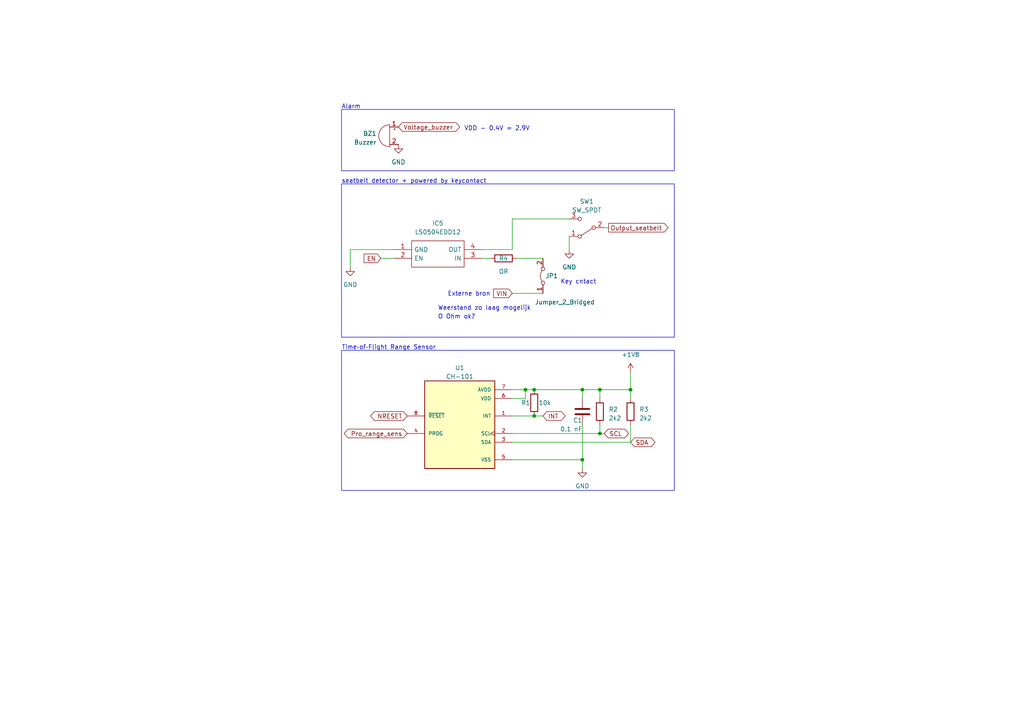
<source format=kicad_sch>
(kicad_sch (version 20230121) (generator eeschema)
  (paper "A4")
  (lib_symbols
    (symbol "CH-101:CH-101" (pin_names (offset 1.016))
      (property "Reference" "U" (at -10.16 13.462 0))
      (property "Value" "CH-101" (at -10.16 -15.24 0))
      (symbol "CH-101_0_0"
        (rectangle (start -10.16 -12.7) (end 10.16 12.7) (stroke (width 0.254)) (fill (type background)))
        (pin output line (at 15.24 2.54 180) (length 5.08) (name "INT") (number "1"))
        (pin input clock (at 15.24 -2.54 180) (length 5.08) (name "SCL") (number "2"))
        (pin bidirectional line (at 15.24 -5.08 180) (length 5.08) (name "SDA") (number "3"))
        (pin input line (at -15.24 -2.54 0) (length 5.08) (name "PROG") (number "4"))
        (pin power_in line (at 15.24 -10.16 180) (length 5.08) (name "VSS") (number "5"))
        (pin power_in line (at 15.24 7.62 180) (length 5.08) (name "VDD") (number "6"))
        (pin power_in line (at 15.24 10.16 180) (length 5.08) (name "AVDD") (number "7"))
        (pin input line (at -15.24 2.54 0) (length 5.08) (name "~{RESET}") (number "8"))
      )
    )
    (symbol "Device:Buzzer" (pin_names (offset 0.0254) hide)
      (property "Reference" "BZ" (at 3.81 1.27 0))
      (property "Value" "Buzzer" (at 3.81 -1.27 0))
      (symbol "Buzzer_0_1"
        (arc (start 0 -3.175) (mid 3.1612 0) (end 0 3.175))
        (polyline (pts (xy -1.651 1.905) (xy -1.143 1.905)))
        (polyline (pts (xy -1.397 2.159) (xy -1.397 1.651)))
        (polyline (pts (xy 0 3.175) (xy 0 -3.175)))
      )
      (symbol "Buzzer_1_1"
        (pin passive line (at -2.54 2.54 0) (length 2.54) (name "-") (number "1"))
        (pin passive line (at -2.54 -2.54 0) (length 2.54) (name "+") (number "2"))
      )
    )
    (symbol "Device:C" (pin_numbers hide) (pin_names (offset 0.254))
      (property "Reference" "C" (at 0.635 2.54 0))
      (property "Value" "C" (at 0.635 -2.54 0))
      (symbol "C_0_1"
        (polyline (pts (xy -2.032 -0.762) (xy 2.032 -0.762)) (stroke (width 0.508)))
        (polyline (pts (xy -2.032 0.762) (xy 2.032 0.762)) (stroke (width 0.508)))
      )
      (symbol "C_1_1"
        (pin passive line (at 0 3.81 270) (length 2.794) (name "~") (number "1"))
        (pin passive line (at 0 -3.81 90) (length 2.794) (name "~") (number "2"))
      )
    )
    (symbol "Device:R" (pin_numbers hide) (pin_names (offset 0))
      (property "Reference" "R" (at 2.032 0 90))
      (property "Value" "R" (at 0 0 90))
      (symbol "R_0_1"
        (rectangle (start -1.016 -2.54) (end 1.016 2.54) (stroke (width 0.254)))
      )
      (symbol "R_1_1"
        (pin passive line (at 0 3.81 270) (length 1.27) (name "~") (number "1"))
        (pin passive line (at 0 -3.81 90) (length 1.27) (name "~") (number "2"))
      )
    )
    (symbol "Jumper:Jumper_2_Bridged" (pin_names (offset 0) hide)
      (property "Reference" "JP" (at 0 1.905 0))
      (property "Value" "Jumper_2_Bridged" (at 0 -2.54 0))
      (symbol "Jumper_2_Bridged_0_0"
        (circle (center -2.032 0) (radius 0.508))
        (circle (center 2.032 0) (radius 0.508))
      )
      (symbol "Jumper_2_Bridged_0_1"
        (arc (start 1.524 0.254) (mid 0 0.762) (end -1.524 0.254))
      )
      (symbol "Jumper_2_Bridged_1_1"
        (pin passive line (at -5.08 0 0) (length 2.54) (name "A") (number "1"))
        (pin passive line (at 5.08 0 180) (length 2.54) (name "B") (number "2"))
      )
    )
    (symbol "LS0504EDD12:LS0504EDD12" (pin_names (offset 0.762))
      (property "Reference" "IC" (at 21.59 7.62 0))
      (property "Value" "LS0504EDD12" (at 21.59 5.08 0))
      (symbol "LS0504EDD12_0_0"
        (pin passive line (at 0 0 0) (length 5.08) (name "GND") (number "1"))
        (pin passive line (at 0 -2.54 0) (length 5.08) (name "EN") (number "2"))
        (pin passive line (at 25.4 -2.54 180) (length 5.08) (name "IN") (number "3"))
        (pin passive line (at 25.4 0 180) (length 5.08) (name "OUT") (number "4"))
      )
      (symbol "LS0504EDD12_0_1"
        (polyline (pts (xy 5.08 2.54) (xy 20.32 2.54) (xy 20.32 -5.08) (xy 5.08 -5.08) (xy 5.08 2.54)) (stroke (width 0.1524)))
      )
    )
    (symbol "Switch:SW_SPDT" (pin_names (offset 0) hide)
      (property "Reference" "SW" (at 0 4.318 0))
      (property "Value" "SW_SPDT" (at 0 -5.08 0))
      (symbol "SW_SPDT_0_0"
        (circle (center -2.032 0) (radius 0.508))
        (circle (center 2.032 -2.54) (radius 0.508))
      )
      (symbol "SW_SPDT_0_1"
        (polyline (pts (xy -1.524 0.254) (xy 1.651 2.286)))
        (circle (center 2.032 2.54) (radius 0.508))
      )
      (symbol "SW_SPDT_1_1"
        (pin passive line (at 5.08 2.54 180) (length 2.54) (name "A") (number "1"))
        (pin passive line (at -5.08 0 0) (length 2.54) (name "B") (number "2"))
        (pin passive line (at 5.08 -2.54 180) (length 2.54) (name "C") (number "3"))
      )
    )
    (symbol "power:+1V8" (power) (pin_names (offset 0))
      (property "Value" "+1V8" (at 0 3.556 0))
      (symbol "+1V8_0_1"
        (polyline (pts (xy -0.762 1.27) (xy 0 2.54)))
        (polyline (pts (xy 0 0) (xy 0 2.54)))
        (polyline (pts (xy 0 2.54) (xy 0.762 1.27)))
      )
      (symbol "+1V8_1_1"
        (pin power_in line (at 0 0 90) (length 0) hide (name "+1V8") (number "1"))
      )
    )
    (symbol "power:GND" (power) (pin_names (offset 0))
      (property "Value" "GND" (at 0 -3.81 0))
      (symbol "GND_0_1"
        (polyline (pts (xy 0 0) (xy 0 -1.27) (xy 1.27 -1.27) (xy 0 -2.54) (xy -1.27 -1.27) (xy 0 -1.27)))
      )
      (symbol "GND_1_1"
        (pin power_in line (at 0 0 270) (length 0) hide (name "GND") (number "1"))
      )
    )
  )
  (junction (at 173.99 125.73))
  (junction (at 168.91 113.03))
  (junction (at 152.4 113.03))
  (junction (at 154.94 120.65))
  (junction (at 182.88 113.03))
  (junction (at 168.91 133.35))
  (junction (at 173.99 113.03))
  (junction (at 154.94 113.03))
  (wire (pts (xy 148.59 115.57) (xy 152.4 115.57)))
  (wire (pts (xy 148.59 113.03) (xy 152.4 113.03)))
  (wire (pts (xy 154.94 120.65) (xy 157.48 120.65)))
  (wire (pts (xy 173.99 115.57) (xy 173.99 113.03)))
  (wire (pts (xy 175.26 66.04) (xy 176.53 66.04)))
  (wire (pts (xy 168.91 135.89) (xy 168.91 133.35)))
  (wire (pts (xy 154.94 120.65) (xy 148.59 120.65)))
  (wire (pts (xy 173.99 123.19) (xy 173.99 125.73)))
  (wire (pts (xy 149.86 74.93) (xy 157.48 74.93)))
  (wire (pts (xy 182.88 123.19) (xy 182.88 128.27)))
  (wire (pts (xy 110.49 74.93) (xy 114.3 74.93)))
  (wire (pts (xy 182.88 115.57) (xy 182.88 113.03)))
  (wire (pts (xy 148.59 72.39) (xy 139.7 72.39)))
  (wire (pts (xy 152.4 113.03) (xy 154.94 113.03)))
  (wire (pts (xy 148.59 125.73) (xy 173.99 125.73)))
  (wire (pts (xy 173.99 113.03) (xy 182.88 113.03)))
  (wire (pts (xy 168.91 113.03) (xy 173.99 113.03)))
  (wire (pts (xy 173.99 125.73) (xy 175.26 125.73)))
  (wire (pts (xy 148.59 128.27) (xy 182.88 128.27)))
  (wire (pts (xy 182.88 107.95) (xy 182.88 113.03)))
  (wire (pts (xy 148.59 63.5) (xy 148.59 72.39)))
  (wire (pts (xy 168.91 133.35) (xy 148.59 133.35)))
  (wire (pts (xy 101.6 72.39) (xy 101.6 77.47)))
  (wire (pts (xy 114.3 72.39) (xy 101.6 72.39)))
  (wire (pts (xy 148.59 85.09) (xy 157.48 85.09)))
  (wire (pts (xy 168.91 113.03) (xy 168.91 115.57)))
  (wire (pts (xy 165.1 63.5) (xy 148.59 63.5)))
  (wire (pts (xy 154.94 113.03) (xy 168.91 113.03)))
  (wire (pts (xy 168.91 123.19) (xy 168.91 133.35)))
  (wire (pts (xy 165.1 72.39) (xy 165.1 68.58)))
  (wire (pts (xy 152.4 113.03) (xy 152.4 115.57)))
  (wire (pts (xy 142.24 74.93) (xy 139.7 74.93)))
  (rectangle (start 99.06 31.75) (end 195.58 49.53))
  (rectangle (start 99.06 101.6) (end 195.58 142.24))
  (rectangle (start 99.06 53.34) (end 195.58 97.79))
  (text "VDD - 0.4V = 2.9V" (at 134.62 38.1 0) (effects (font (size 1.27 1.27)) (justify left bottom)))
  (text "seatbelt detector + powered by keycontact\n" (at 99.06 53.34 0) (effects (font (size 1.27 1.27)) (justify left bottom)))
  (text "Weerstand zo laag mogelijk\n" (at 127 90.17 0) (effects (font (size 1.27 1.27)) (justify left bottom)))
  (text "Time‑of‑Flight Range Sensor" (at 99.06 101.6 0) (effects (font (size 1.27 1.27)) (justify left bottom)))
  (text "O Ohm ok? \n" (at 127 92.71 0) (effects (font (size 1.27 1.27)) (justify left bottom)))
  (text "Key cntact\n" (at 162.56 82.55 0) (effects (font (size 1.27 1.27)) (justify left bottom)))
  (text "Externe bron\n\n\n" (at 142.24 90.17 0) (effects (font (size 1.27 1.27)) (justify right bottom)))
  (text "Alarm\n" (at 99.06 31.75 0) (effects (font (size 1.27 1.27)) (justify left bottom)))
  (global_label "NRESET" (shape bidirectional) (at 118.11 120.65 180) (property "Intersheetrefs" "${INTERSHEET_REFS}" (effects hide)))
  (global_label "Voltage_buzzer" (shape bidirectional) (at 115.57 36.83 0) (property "Intersheetrefs" "${INTERSHEET_REFS}" (effects hide)))
  (global_label "Pro_range_sens" (shape bidirectional) (at 118.11 125.73 180) (property "Intersheetrefs" "${INTERSHEET_REFS}" (effects hide)))
  (global_label "INT" (shape bidirectional) (at 157.48 120.65 0) (property "Intersheetrefs" "${INTERSHEET_REFS}" (effects hide)))
  (global_label "SDA" (shape bidirectional) (at 182.88 128.27 0) (property "Intersheetrefs" "${INTERSHEET_REFS}" (effects hide)))
  (global_label "Output_seatbelt" (shape output) (at 176.53 66.04 0) (property "Intersheetrefs" "${INTERSHEET_REFS}" (effects hide)))
  (global_label "SCL" (shape bidirectional) (at 175.26 125.73 0) (property "Intersheetrefs" "${INTERSHEET_REFS}" (effects hide)))
  (global_label "EN" (shape input) (at 110.49 74.93 180) (property "Intersheetrefs" "${INTERSHEET_REFS}" (effects hide)))
  (global_label "VIN" (shape input) (at 148.59 85.09 180) (property "Intersheetrefs" "${INTERSHEET_REFS}" (effects hide)))
  (symbol (lib_id "Device:Buzzer") (at 113.03 39.37 0) (mirror y) (unit 1)
    (property "Reference" "BZ1" (at 109.22 38.735 0) (effects (justify left)))
    (property "Value" "Buzzer" (at 109.22 41.275 0) (effects (justify left)))
  )
  (symbol (lib_id "power:+1V8") (at 182.88 107.95 0) (unit 1)
    (property "Reference" "#PWR04" (effects hide))
    (property "Value" "+1V8" (at 182.88 102.87 0))
    (instances (project "Driver_detector" (path "" (reference "#PWR04") (unit 1)) (path "" (reference "#PWR07") (unit 1))))
  )
  (symbol (lib_id "power:GND") (at 165.1 72.39 0) (unit 1)
    (property "Reference" "#PWR07" (effects hide))
    (property "Value" "GND" (at 165.1 77.47 0))
    (instances (project "Driver_detector" (path "" (reference "#PWR07") (unit 1)) (path "" (reference "#PWR01") (unit 1))))
  )
  (symbol (lib_id "Switch:SW_SPDT") (at 170.18 66.04 180) (unit 1)
    (property "Reference" "SW1" (at 170.18 58.42 0))
    (property "Value" "SW_SPDT" (at 170.18 60.96 0))
  )
  (symbol (lib_id "LS0504EDD12:LS0504EDD12") (at 114.3 72.39 0) (unit 1)
    (property "Reference" "IC5" (at 127 64.77 0))
    (property "Value" "LS0504EDD12" (at 127 67.31 0))
    (property "Footprint" "SON50P160X120X60-4N" (effects hide))
    (property "Datasheet" "https://www.littelfuse.com/media?resourcetype=datasheets&itemid=95b47243-e071-4a2a-9264-64dbef6c0a3f&filename=littelfuse-protection-ic-ls0504edd12-datasheet" (effects hide))
    (property "Description" "5.5V 4A Low-Ron Power Distribution Load Switch" (effects hide))
    (property "Height" "0.6" (effects hide))
    (property "Mouser Part Number" "576-LS0504EDD12" (effects hide))
    (property "Mouser Price/Stock" "https://www.mouser.co.uk/ProductDetail/Littelfuse/LS0504EDD12?qs=Y0Uzf4wQF3k6zICD8%2FzPxw%3D%3D" (effects hide))
    (property "Manufacturer_Name" "LITTELFUSE" (effects hide))
    (property "Manufacturer_Part_Number" "LS0504EDD12" (effects hide))
  )
  (symbol (lib_id "power:GND") (at 101.6 77.47 0) (unit 1)
    (property "Reference" "#PWR046" (effects hide))
    (property "Value" "GND" (at 101.6 82.55 0))
  )
  (symbol (lib_id "Device:R") (at 182.88 119.38 0) (unit 1)
    (property "Reference" "R3" (at 185.42 118.745 0) (effects (justify left)))
    (property "Value" "2k2" (at 185.42 121.285 0) (effects (justify left)))
    (property "Footprint" "Resistor_SMD:R_0805_2012Metric_Pad1.20x1.40mm_HandSolder" (effects hide))
    (instances (project "Driver_detector" (path "" (reference "R3") (unit 1)) (path "" (reference "R4") (unit 1))))
  )
  (symbol (lib_id "Device:R") (at 173.99 119.38 0) (unit 1)
    (property "Reference" "R2" (at 176.53 118.745 0) (effects (justify left)))
    (property "Value" "2k2" (at 176.53 121.285 0) (effects (justify left)))
    (property "Footprint" "Resistor_SMD:R_0805_2012Metric_Pad1.20x1.40mm_HandSolder" (effects hide))
    (instances (project "Driver_detector" (path "" (reference "R2") (unit 1)) (path "" (reference "R3") (unit 1))))
  )
  (symbol (lib_id "CH-101:CH-101") (at 133.35 123.19 0) (unit 1)
    (property "Reference" "U1" (at 133.35 106.68 0))
    (property "Value" "CH-101" (at 133.35 109.22 0))
    (property "Footprint" "project:XDCR_CH-101" (effects hide))
    (property "MF" "TDK InvenSense" (effects hide))
    (property "MAXIMUM_PACKAGE_HEIGHT" "1.26mm" (effects hide))
    (property "Package" "SOT-23-6 TDK InvenSense" (effects hide))
    (property "Price" "None" (effects hide))
    (property "Check_prices" "https://www.snapeda.com/parts/CH-101/TDK+InvenSense/view-part/?ref=eda" (effects hide))
    (property "STANDARD" "Manufacturer Recommendations" (effects hide))
    (property "PARTREV" "1.0" (effects hide))
    (property "SnapEDA_Link" "https://www.snapeda.com/parts/CH-101/TDK+InvenSense/view-part/?ref=snap" (effects hide))
    (property "MP" "CH-101" (effects hide))
    (property "Description" "\nUltrasonic MEMS based Time-of-Flight (ToF) Range Sensor\n" (effects hide))
    (property "Availability" "Not in stock" (effects hide))
    (property "MANUFACTURER" "TDK" (effects hide))
  )
  (symbol (lib_id "Device:R") (at 146.05 74.93 270) (unit 1)
    (property "Reference" "R4" (at 146.05 74.93 90))
    (property "Value" "OR" (at 146.05 78.74 90))
    (instances (project "Driver_detector" (path "" (reference "R4") (unit 1)) (path "" (reference "R1") (unit 1))))
  )
  (symbol (lib_id "Jumper:Jumper_2_Bridged") (at 157.48 80.01 90) (unit 1)
    (property "Reference" "JP1" (at 160.02 80.01 90))
    (property "Value" "Jumper_2_Bridged" (at 163.83 87.63 90))
  )
  (symbol (lib_id "power:GND") (at 115.57 41.91 0) (unit 1)
    (property "Reference" "#PWR03" (effects hide))
    (property "Value" "GND" (at 115.57 46.99 0))
  )
  (symbol (lib_id "Device:R") (at 154.94 116.84 0) (unit 1)
    (property "Reference" "R1" (at 151.13 116.84 0) (effects (justify left)))
    (property "Value" "10k" (at 156.21 116.84 0) (effects (justify left)))
    (property "Footprint" "Resistor_SMD:R_0805_2012Metric_Pad1.20x1.40mm_HandSolder" (effects hide))
    (instances (project "Driver_detector" (path "" (reference "R1") (unit 1)) (path "" (reference "R2") (unit 1))))
  )
  (symbol (lib_id "power:GND") (at 168.91 135.89 0) (unit 1)
    (property "Reference" "#PWR01" (effects hide))
    (property "Value" "GND" (at 168.91 140.97 0))
    (instances (project "Driver_detector" (path "" (reference "#PWR01") (unit 1)) (path "" (reference "#PWR04") (unit 1))))
  )
  (symbol (lib_id "Device:C") (at 168.91 119.38 180) (unit 1)
    (property "Reference" "C1" (at 168.91 121.92 0) (effects (justify left)))
    (property "Value" "0.1 nF" (at 168.91 124.46 0) (effects (justify left)))
    (property "Footprint" "Capacitor_SMD:C_0805_2012Metric_Pad1.18x1.45mm_HandSolder" (effects hide))
  )
)
</source>
